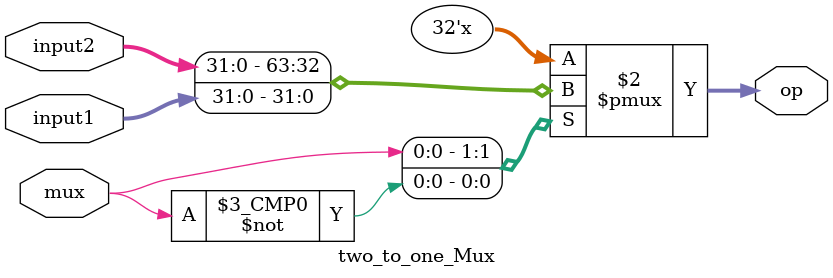
<source format=v>
`timescale 1ns / 1ps
module two_to_one_Mux(
    input mux,
    input [31:0] input1,
    input [31:0] input2,
    output reg [31:0] op
    );
    
    always@(mux, input1, input2) begin
        case(mux)
            1'b1: op <= input2;
            1'b0: op <= input1;
            default: op <= input1;
        endcase
    end
    
    
endmodule

</source>
